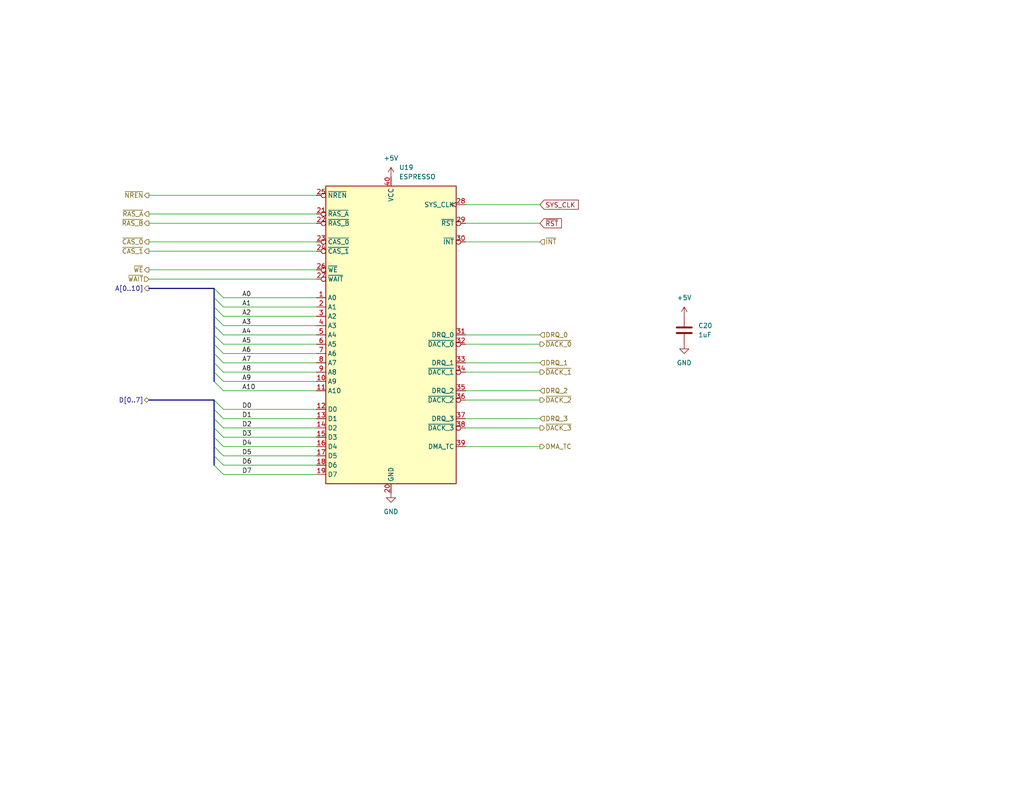
<source format=kicad_sch>
(kicad_sch (version 20230121) (generator eeschema)
  (paper "A")
  (title_block (title "Anachron CPU"))
  (lib_symbols
    (symbol "Device:C" (pin_numbers hide) (pin_names (offset 0.254))
      (property "Reference" "C" (at 0.635 2.54 0))
      (property "Value" "C" (at 0.635 -2.54 0))
      (symbol "C_0_1"
        (polyline (pts (xy -2.032 -0.762) (xy 2.032 -0.762)) (stroke (width 0.508)))
        (polyline (pts (xy -2.032 0.762) (xy 2.032 0.762)) (stroke (width 0.508)))
      )
      (symbol "C_1_1"
        (pin passive line (at 0 3.81 270) (length 2.794) (name "~") (number "1"))
        (pin passive line (at 0 -3.81 90) (length 2.794) (name "~") (number "2"))
      )
    )
    (symbol "anachron:espresso"
      (property "Reference" "U" (at -20.32 10.16 0))
      (property "Value" "ESPRESSO" (at -12.7 41.91 0))
      (symbol "espresso_0_0"
        (pin output line (at -20.32 10.16 0) (length 2.54) (name "A0") (number "1"))
        (pin output line (at -20.32 -12.7 0) (length 2.54) (name "A9") (number "10"))
        (pin output line (at -20.32 -15.24 0) (length 2.54) (name "A10") (number "11"))
        (pin bidirectional line (at -20.32 -20.32 0) (length 2.54) (name "D0") (number "12"))
        (pin bidirectional line (at -20.32 -22.86 0) (length 2.54) (name "D1") (number "13"))
        (pin bidirectional line (at -20.32 -25.4 0) (length 2.54) (name "D2") (number "14"))
        (pin bidirectional line (at -20.32 -27.94 0) (length 2.54) (name "D3") (number "15"))
        (pin bidirectional line (at -20.32 -30.48 0) (length 2.54) (name "D4") (number "16"))
        (pin bidirectional line (at -20.32 -33.02 0) (length 2.54) (name "D5") (number "17"))
        (pin bidirectional line (at -20.32 -35.56 0) (length 2.54) (name "D6") (number "18"))
        (pin bidirectional line (at -20.32 -38.1 0) (length 2.54) (name "D7") (number "19"))
        (pin output line (at -20.32 7.62 0) (length 2.54) (name "A1") (number "2"))
        (pin power_in line (at 0 -43.18 90) (length 2.54) (name "GND") (number "20"))
        (pin output inverted (at -20.32 30.48 0) (length 2.54) (name "~{RAS_B}") (number "22"))
        (pin output inverted (at -20.32 38.1 0) (length 2.54) (name "~{NREN}") (number "25"))
        (pin output inverted (at -20.32 17.78 0) (length 2.54) (name "~{WE}") (number "26"))
        (pin input inverted (at -20.32 15.24 0) (length 2.54) (name "~{WAIT}") (number "27"))
        (pin input clock (at 20.32 35.56 180) (length 2.54) (name "SYS_CLK") (number "28"))
        (pin input inverted (at 20.32 30.48 180) (length 2.54) (name "~{RST}") (number "29"))
        (pin output line (at -20.32 5.08 0) (length 2.54) (name "A2") (number "3"))
        (pin input inverted (at 20.32 25.4 180) (length 2.54) (name "~{INT}") (number "30"))
        (pin bidirectional line (at 20.32 0 180) (length 2.54) (name "DRQ_0") (number "31"))
        (pin bidirectional inverted (at 20.32 -2.54 180) (length 2.54) (name "~{DACK_0}") (number "32"))
        (pin bidirectional line (at 20.32 -7.62 180) (length 2.54) (name "DRQ_1") (number "33"))
        (pin bidirectional inverted (at 20.32 -10.16 180) (length 2.54) (name "~{DACK_1}") (number "34"))
        (pin bidirectional line (at 20.32 -15.24 180) (length 2.54) (name "DRQ_2") (number "35"))
        (pin bidirectional inverted (at 20.32 -17.78 180) (length 2.54) (name "~{DACK_2}") (number "36"))
        (pin bidirectional line (at 20.32 -22.86 180) (length 2.54) (name "DRQ_3") (number "37"))
        (pin bidirectional inverted (at 20.32 -25.4 180) (length 2.54) (name "~{DACK_3}") (number "38"))
        (pin bidirectional line (at 20.32 -30.48 180) (length 2.54) (name "DMA_TC") (number "39"))
        (pin output line (at -20.32 2.54 0) (length 2.54) (name "A3") (number "4"))
        (pin power_in line (at 0 43.18 270) (length 2.54) (name "VCC") (number "40"))
        (pin output line (at -20.32 0 0) (length 2.54) (name "A4") (number "5"))
        (pin output line (at -20.32 -2.54 0) (length 2.54) (name "A5") (number "6"))
        (pin output line (at -20.32 -5.08 0) (length 2.54) (name "A6") (number "7"))
        (pin output line (at -20.32 -7.62 0) (length 2.54) (name "A7") (number "8"))
        (pin output line (at -20.32 -10.16 0) (length 2.54) (name "A8") (number "9"))
      )
      (symbol "espresso_0_1"
        (rectangle (start -17.78 40.64) (end 17.78 -40.64) (stroke (width 0.254)) (fill (type background)))
      )
      (symbol "espresso_1_0"
        (pin output inverted (at -20.32 33.02 0) (length 2.54) (name "~{RAS_A}") (number "21"))
        (pin output inverted (at -20.32 25.4 0) (length 2.54) (name "~{CAS_0}") (number "23"))
        (pin output inverted (at -20.32 22.86 0) (length 2.54) (name "~{CAS_1}") (number "24"))
      )
    )
    (symbol "power:+5V" (power) (pin_names (offset 0))
      (property "Value" "+5V" (at 0 3.556 0))
      (symbol "+5V_0_1"
        (polyline (pts (xy -0.762 1.27) (xy 0 2.54)))
        (polyline (pts (xy 0 0) (xy 0 2.54)))
        (polyline (pts (xy 0 2.54) (xy 0.762 1.27)))
      )
      (symbol "+5V_1_1"
        (pin power_in line (at 0 0 90) (length 0) hide (name "+5V") (number "1"))
      )
    )
    (symbol "power:GND" (power) (pin_names (offset 0))
      (property "Value" "GND" (at 0 -3.81 0))
      (symbol "GND_0_1"
        (polyline (pts (xy 0 0) (xy 0 -1.27) (xy 1.27 -1.27) (xy 0 -2.54) (xy -1.27 -1.27) (xy 0 -1.27)))
      )
      (symbol "GND_1_1"
        (pin power_in line (at 0 0 270) (length 0) hide (name "GND") (number "1"))
      )
    )
  )
  (bus_entry (at 58.42 86.36) (size 2.54 2.54))
  (bus_entry (at 58.42 88.9) (size 2.54 2.54))
  (bus_entry (at 58.42 99.06) (size 2.54 2.54))
  (bus_entry (at 58.42 96.52) (size 2.54 2.54))
  (bus_entry (at 60.96 111.76) (size -2.54 -2.54))
  (bus_entry (at 58.42 93.98) (size 2.54 2.54))
  (bus_entry (at 60.96 124.46) (size -2.54 -2.54))
  (bus_entry (at 58.42 83.82) (size 2.54 2.54))
  (bus_entry (at 58.42 91.44) (size 2.54 2.54))
  (bus_entry (at 60.96 129.54) (size -2.54 -2.54))
  (bus_entry (at 58.42 78.74) (size 2.54 2.54))
  (bus_entry (at 58.42 104.14) (size 2.54 2.54))
  (bus_entry (at 58.42 101.6) (size 2.54 2.54))
  (bus_entry (at 60.96 116.84) (size -2.54 -2.54))
  (bus_entry (at 60.96 121.92) (size -2.54 -2.54))
  (bus_entry (at 60.96 127) (size -2.54 -2.54))
  (bus_entry (at 58.42 81.28) (size 2.54 2.54))
  (bus_entry (at 60.96 114.3) (size -2.54 -2.54))
  (bus_entry (at 60.96 119.38) (size -2.54 -2.54))
  (bus (pts (xy 58.42 91.44) (xy 58.42 93.98)))
  (bus (pts (xy 58.42 96.52) (xy 58.42 99.06)))
  (bus (pts (xy 40.64 109.22) (xy 58.42 109.22)))
  (wire (pts (xy 60.96 101.6) (xy 86.36 101.6)))
  (wire (pts (xy 60.96 111.76) (xy 86.36 111.76)))
  (wire (pts (xy 60.96 81.28) (xy 86.36 81.28)))
  (wire (pts (xy 60.96 93.98) (xy 86.36 93.98)))
  (bus (pts (xy 40.64 78.74) (xy 58.42 78.74)))
  (wire (pts (xy 60.96 106.68) (xy 86.36 106.68)))
  (wire (pts (xy 60.96 88.9) (xy 86.36 88.9)))
  (wire (pts (xy 127 106.68) (xy 147.32 106.68)))
  (wire (pts (xy 40.64 68.58) (xy 86.36 68.58)))
  (wire (pts (xy 40.64 66.04) (xy 86.36 66.04)))
  (bus (pts (xy 58.42 127) (xy 58.42 124.46)))
  (wire (pts (xy 127 114.3) (xy 147.32 114.3)))
  (wire (pts (xy 127 55.88) (xy 147.32 55.88)))
  (wire (pts (xy 127 99.06) (xy 147.32 99.06)))
  (bus (pts (xy 58.42 124.46) (xy 58.42 121.92)))
  (wire (pts (xy 127 60.96) (xy 147.32 60.96)))
  (wire (pts (xy 60.96 91.44) (xy 86.36 91.44)))
  (wire (pts (xy 60.96 83.82) (xy 86.36 83.82)))
  (bus (pts (xy 58.42 111.76) (xy 58.42 109.22)))
  (wire (pts (xy 60.96 116.84) (xy 86.36 116.84)))
  (wire (pts (xy 127 91.44) (xy 147.32 91.44)))
  (bus (pts (xy 58.42 83.82) (xy 58.42 86.36)))
  (bus (pts (xy 58.42 119.38) (xy 58.42 116.84)))
  (wire (pts (xy 60.96 96.52) (xy 86.36 96.52)))
  (wire (pts (xy 60.96 114.3) (xy 86.36 114.3)))
  (wire (pts (xy 60.96 121.92) (xy 86.36 121.92)))
  (bus (pts (xy 58.42 116.84) (xy 58.42 114.3)))
  (bus (pts (xy 58.42 93.98) (xy 58.42 96.52)))
  (wire (pts (xy 40.64 58.42) (xy 86.36 58.42)))
  (wire (pts (xy 127 66.04) (xy 147.32 66.04)))
  (bus (pts (xy 58.42 88.9) (xy 58.42 91.44)))
  (wire (pts (xy 40.64 60.96) (xy 86.36 60.96)))
  (wire (pts (xy 127 116.84) (xy 147.32 116.84)))
  (wire (pts (xy 60.96 124.46) (xy 86.36 124.46)))
  (bus (pts (xy 58.42 101.6) (xy 58.42 104.14)))
  (bus (pts (xy 58.42 81.28) (xy 58.42 83.82)))
  (wire (pts (xy 40.64 76.2) (xy 86.36 76.2)))
  (bus (pts (xy 58.42 121.92) (xy 58.42 119.38)))
  (wire (pts (xy 127 109.22) (xy 147.32 109.22)))
  (wire (pts (xy 127 121.92) (xy 147.32 121.92)))
  (bus (pts (xy 58.42 99.06) (xy 58.42 101.6)))
  (wire (pts (xy 60.96 127) (xy 86.36 127)))
  (bus (pts (xy 58.42 86.36) (xy 58.42 88.9)))
  (wire (pts (xy 60.96 86.36) (xy 86.36 86.36)))
  (wire (pts (xy 60.96 129.54) (xy 86.36 129.54)))
  (bus (pts (xy 58.42 78.74) (xy 58.42 81.28)))
  (wire (pts (xy 60.96 104.14) (xy 86.36 104.14)))
  (wire (pts (xy 127 101.6) (xy 147.32 101.6)))
  (wire (pts (xy 60.96 99.06) (xy 86.36 99.06)))
  (wire (pts (xy 127 93.98) (xy 147.32 93.98)))
  (wire (pts (xy 40.64 53.34) (xy 86.36 53.34)))
  (wire (pts (xy 40.64 73.66) (xy 86.36 73.66)))
  (bus (pts (xy 58.42 114.3) (xy 58.42 111.76)))
  (wire (pts (xy 60.96 119.38) (xy 86.36 119.38)))
  (label "D0" (at 66.04 111.76 0))
  (label "A8" (at 66.04 101.6 0))
  (label "D4" (at 66.04 121.92 0))
  (label "A3" (at 66.04 88.9 0))
  (label "A5" (at 66.04 93.98 0))
  (label "A6" (at 66.04 96.52 0))
  (label "A0" (at 66.04 81.28 0))
  (label "D6" (at 66.04 127 0))
  (label "A10" (at 66.04 106.68 0))
  (label "D2" (at 66.04 116.84 0))
  (label "A9" (at 66.04 104.14 0))
  (label "A7" (at 66.04 99.06 0))
  (label "D3" (at 66.04 119.38 0))
  (label "D1" (at 66.04 114.3 0))
  (label "A4" (at 66.04 91.44 0))
  (label "A2" (at 66.04 86.36 0))
  (label "D7" (at 66.04 129.54 0))
  (label "D5" (at 66.04 124.46 0))
  (label "A1" (at 66.04 83.82 0))
  (global_label "SYS_CLK" (shape input) (at 147.32 55.88 0) (property "Intersheetrefs" "${INTERSHEET_REFS}" (effects hide)))
  (global_label "~{RST}" (shape input) (at 147.32 60.96 0) (property "Intersheetrefs" "${INTERSHEET_REFS}" (effects hide)))
  (hierarchical_label "D[0..7]" (shape bidirectional) (at 40.64 109.22 180))
  (hierarchical_label "~{NREN}" (shape output) (at 40.64 53.34 180))
  (hierarchical_label "A[0..10]" (shape output) (at 40.64 78.74 180))
  (hierarchical_label "DRQ_2" (shape input) (at 147.32 106.68 0))
  (hierarchical_label "~{DACK_2}" (shape output) (at 147.32 109.22 0))
  (hierarchical_label "DRQ_0" (shape input) (at 147.32 91.44 0))
  (hierarchical_label "~{INT}" (shape input) (at 147.32 66.04 0))
  (hierarchical_label "~{DACK_3}" (shape output) (at 147.32 116.84 0))
  (hierarchical_label "~{CAS_0}" (shape output) (at 40.64 66.04 180))
  (hierarchical_label "~{DACK_1}" (shape output) (at 147.32 101.6 0))
  (hierarchical_label "~{RAS_A}" (shape output) (at 40.64 58.42 180))
  (hierarchical_label "~{WAIT}" (shape input) (at 40.64 76.2 180))
  (hierarchical_label "DRQ_3" (shape input) (at 147.32 114.3 0))
  (hierarchical_label "DMA_TC" (shape output) (at 147.32 121.92 0))
  (hierarchical_label "~{WE}" (shape output) (at 40.64 73.66 180))
  (hierarchical_label "~{DACK_0}" (shape output) (at 147.32 93.98 0))
  (hierarchical_label "~{RAS_B}" (shape output) (at 40.64 60.96 180))
  (hierarchical_label "~{CAS_1}" (shape output) (at 40.64 68.58 180))
  (hierarchical_label "DRQ_1" (shape input) (at 147.32 99.06 0))
  (symbol (lib_id "power:GND") (at 106.68 134.62 0) (unit 1)
    (property "Reference" "#PWR0108" (effects hide))
    (property "Value" "GND" (at 106.68 139.7 0))
  )
  (symbol (lib_id "power:+5V") (at 186.69 86.36 0) (unit 1)
    (property "Reference" "#PWR0109" (effects hide))
    (property "Value" "+5V" (at 186.69 81.28 0))
  )
  (symbol (lib_id "power:+5V") (at 106.68 48.26 0) (unit 1)
    (property "Reference" "#PWR0107" (effects hide))
    (property "Value" "+5V" (at 106.68 43.18 0))
  )
  (symbol (lib_id "power:GND") (at 186.69 93.98 0) (unit 1)
    (property "Reference" "#PWR0110" (effects hide))
    (property "Value" "GND" (at 186.69 99.06 0))
  )
  (symbol (lib_id "anachron:espresso") (at 106.68 91.44 0) (unit 1)
    (property "Reference" "U19" (at 108.8741 45.72 0) (effects (justify left)))
    (property "Value" "ESPRESSO" (at 108.8741 48.26 0) (effects (justify left)))
    (property "Footprint" "anachron:DIP-40_W15.24mm_Socket" (effects hide))
  )
  (symbol (lib_id "Device:C") (at 186.69 90.17 0) (unit 1)
    (property "Reference" "C20" (at 190.5 88.9 0) (effects (justify left)))
    (property "Value" "1uF" (at 190.5 91.44 0) (effects (justify left)))
    (property "Footprint" "Capacitor_THT:C_Disc_D4.7mm_W2.5mm_P5.00mm" (effects hide))
    (property "mpf#" "FG28X5R1H105KRT06" (effects hide))
  )
)
</source>
